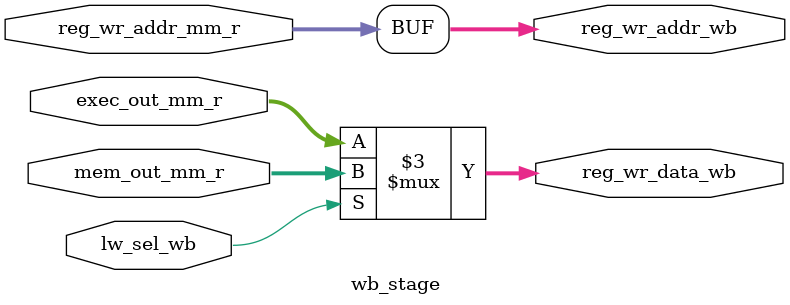
<source format=v>
`default_nettype none
module wb_stage(

   // Interface with mem stage
   input wire   [31:0]  exec_out_mm_r,        
   input wire   [31:0]  mem_out_mm_r,        
   input wire   [4:0]   reg_wr_addr_mm_r,

   // Interface with registers 
   output wire  [4:0]   reg_wr_addr_wb,
   output reg   [31:0]  reg_wr_data_wb,
   //
   // Interface with control 
   input  wire          lw_sel_wb
);


   // reg_wa_c : 
   //    rt    -- addi/andi/ori/xori 
   //          -- lw  
   //          -- lui  
   //    31    -- jal       
   //    rd    -- other

   // reg_wd_c : 
   //    data_ram_data_out    -- lw          
   //    plus+2               -- jal                     
   //    alu_result           -- other 
   /*    
   assign   reg_wd_c =  jal_sel  ?  pc_plus_2   :
                        lw_sel   ?  data_out    :  alu_result ; 
   */
   always @(*) begin 
      if ( lw_sel_wb ) begin
         reg_wr_data_wb =  mem_out_mm_r;
      end else begin 
         reg_wr_data_wb =  exec_out_mm_r ; 
      end
   end

   assign   reg_wr_addr_wb =  reg_wr_addr_mm_r ; 


endmodule 

</source>
